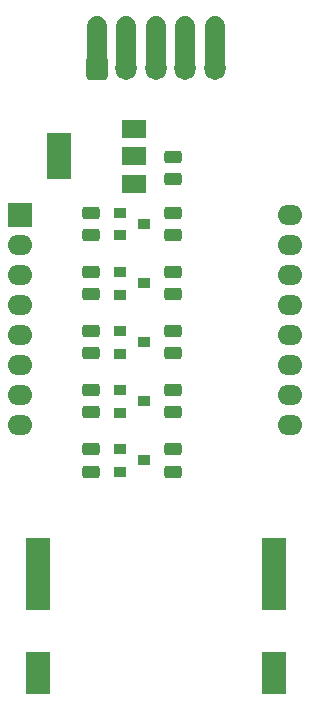
<source format=gbr>
G04 #@! TF.GenerationSoftware,KiCad,Pcbnew,(6.0.6)*
G04 #@! TF.CreationDate,2023-01-05T20:28:39+10:00*
G04 #@! TF.ProjectId,MHI ESP,4d484920-4553-4502-9e6b-696361645f70,rev?*
G04 #@! TF.SameCoordinates,Original*
G04 #@! TF.FileFunction,Soldermask,Top*
G04 #@! TF.FilePolarity,Negative*
%FSLAX46Y46*%
G04 Gerber Fmt 4.6, Leading zero omitted, Abs format (unit mm)*
G04 Created by KiCad (PCBNEW (6.0.6)) date 2023-01-05 20:28:39*
%MOMM*%
%LPD*%
G01*
G04 APERTURE LIST*
G04 Aperture macros list*
%AMRoundRect*
0 Rectangle with rounded corners*
0 $1 Rounding radius*
0 $2 $3 $4 $5 $6 $7 $8 $9 X,Y pos of 4 corners*
0 Add a 4 corners polygon primitive as box body*
4,1,4,$2,$3,$4,$5,$6,$7,$8,$9,$2,$3,0*
0 Add four circle primitives for the rounded corners*
1,1,$1+$1,$2,$3*
1,1,$1+$1,$4,$5*
1,1,$1+$1,$6,$7*
1,1,$1+$1,$8,$9*
0 Add four rect primitives between the rounded corners*
20,1,$1+$1,$2,$3,$4,$5,0*
20,1,$1+$1,$4,$5,$6,$7,0*
20,1,$1+$1,$6,$7,$8,$9,0*
20,1,$1+$1,$8,$9,$2,$3,0*%
G04 Aperture macros list end*
%ADD10C,1.700000*%
%ADD11RoundRect,0.051000X-0.450000X-0.400000X0.450000X-0.400000X0.450000X0.400000X-0.450000X0.400000X0*%
%ADD12RoundRect,0.294750X-0.456250X0.243750X-0.456250X-0.243750X0.456250X-0.243750X0.456250X0.243750X0*%
%ADD13RoundRect,0.051000X-1.000000X-1.000000X1.000000X-1.000000X1.000000X1.000000X-1.000000X1.000000X0*%
%ADD14O,2.102000X1.702000*%
%ADD15RoundRect,0.051000X1.000000X0.750000X-1.000000X0.750000X-1.000000X-0.750000X1.000000X-0.750000X0*%
%ADD16RoundRect,0.051000X1.000000X1.900000X-1.000000X1.900000X-1.000000X-1.900000X1.000000X-1.900000X0*%
%ADD17RoundRect,0.051000X1.000000X-3.000000X1.000000X3.000000X-1.000000X3.000000X-1.000000X-3.000000X0*%
%ADD18RoundRect,0.051000X1.000000X-1.750000X1.000000X1.750000X-1.000000X1.750000X-1.000000X-1.750000X0*%
%ADD19RoundRect,0.301000X-0.600000X-0.725000X0.600000X-0.725000X0.600000X0.725000X-0.600000X0.725000X0*%
%ADD20O,1.802000X2.052000*%
G04 APERTURE END LIST*
D10*
X130000000Y-76500000D02*
X130000000Y-80000000D01*
X120000000Y-76500000D02*
X120000000Y-80000000D01*
X122500000Y-76500000D02*
X122500000Y-80000000D01*
X125000000Y-76500000D02*
X125000000Y-80000000D01*
X127500000Y-76500000D02*
X127500000Y-80000000D01*
X130000000Y-76500000D02*
X130000000Y-80000000D01*
X120000000Y-76500000D02*
X120000000Y-80000000D01*
X122500000Y-76500000D02*
X122500000Y-80000000D01*
X125000000Y-76500000D02*
X125000000Y-80000000D01*
X127500000Y-76500000D02*
X127500000Y-80000000D01*
D11*
X122000000Y-97300000D03*
X122000000Y-99200000D03*
X124000000Y-98250000D03*
X122000000Y-102300000D03*
X122000000Y-104200000D03*
X124000000Y-103250000D03*
D12*
X119500000Y-92312500D03*
X119500000Y-94187500D03*
X119500000Y-102312500D03*
X119500000Y-104187500D03*
X126500000Y-92312500D03*
X126500000Y-94187500D03*
D13*
X113500000Y-92500000D03*
D14*
X113500000Y-95040000D03*
X113500000Y-97580000D03*
X113500000Y-100120000D03*
X113500000Y-102660000D03*
X113500000Y-105200000D03*
X113500000Y-107740000D03*
X113500000Y-110280000D03*
X136360000Y-110280000D03*
X136360000Y-107740000D03*
X136360000Y-105200000D03*
X136360000Y-102660000D03*
X136360000Y-100120000D03*
X136360000Y-97580000D03*
X136360000Y-95040000D03*
X136360000Y-92500000D03*
D15*
X123150000Y-89800000D03*
D16*
X116850000Y-87500000D03*
D15*
X123150000Y-87500000D03*
X123150000Y-85200000D03*
D12*
X126500000Y-87562500D03*
X126500000Y-89437500D03*
D11*
X122000000Y-92300000D03*
X122000000Y-94200000D03*
X124000000Y-93250000D03*
D12*
X126500000Y-97312500D03*
X126500000Y-99187500D03*
X119500000Y-97312500D03*
X119500000Y-99187500D03*
X126500000Y-102312500D03*
X126500000Y-104187500D03*
D11*
X122000000Y-107300000D03*
X122000000Y-109200000D03*
X124000000Y-108250000D03*
X122000000Y-112300000D03*
X122000000Y-114200000D03*
X124000000Y-113250000D03*
D12*
X119500000Y-107312500D03*
X119500000Y-109187500D03*
X119500000Y-112312500D03*
X119500000Y-114187500D03*
X126500000Y-107312500D03*
X126500000Y-109187500D03*
X126500000Y-112312500D03*
X126500000Y-114187500D03*
D17*
X115000000Y-122875000D03*
D18*
X115000000Y-131225000D03*
D17*
X135000000Y-122875000D03*
D18*
X135000000Y-131225000D03*
D19*
X120000000Y-80000000D03*
D20*
X122500000Y-80000000D03*
X125000000Y-80000000D03*
X127500000Y-80000000D03*
X130000000Y-80000000D03*
M02*

</source>
